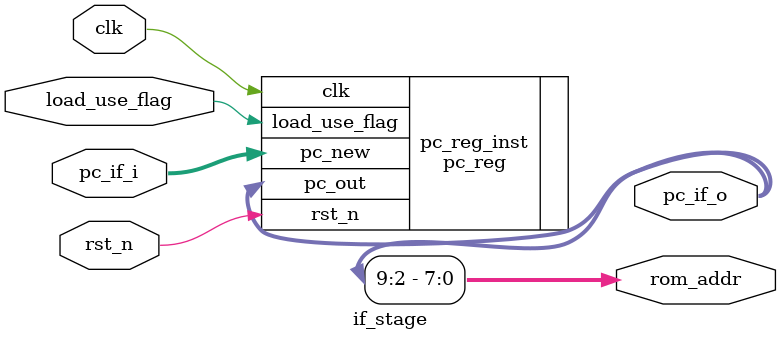
<source format=v>
`timescale 1ns / 1ps
`include "define.v"

module if_stage(
    input clk,
    input rst_n,
    input load_use_flag,
    input [31:0]pc_if_i,
    output [31:0]pc_if_o,
    output [7:0]rom_addr
    );
    
    pc_reg pc_reg_inst(
    .clk(clk), 
    .rst_n(rst_n), 
    .load_use_flag(load_use_flag),
    .pc_new(pc_if_i), 
    .pc_out(pc_if_o)
    );
    
    assign rom_addr=pc_if_o[9:2];
    
endmodule

</source>
